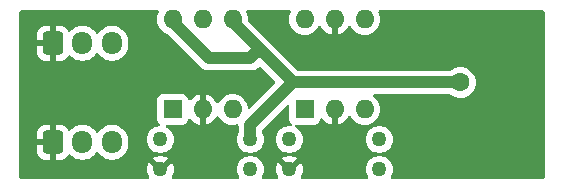
<source format=gbr>
%TF.GenerationSoftware,KiCad,Pcbnew,8.0.2-1*%
%TF.CreationDate,2024-06-03T07:22:45-07:00*%
%TF.ProjectId,H Bridge PCB,48204272-6964-4676-9520-5043422e6b69,rev?*%
%TF.SameCoordinates,Original*%
%TF.FileFunction,Copper,L2,Bot*%
%TF.FilePolarity,Positive*%
%FSLAX46Y46*%
G04 Gerber Fmt 4.6, Leading zero omitted, Abs format (unit mm)*
G04 Created by KiCad (PCBNEW 8.0.2-1) date 2024-06-03 07:22:45*
%MOMM*%
%LPD*%
G01*
G04 APERTURE LIST*
G04 Aperture macros list*
%AMRoundRect*
0 Rectangle with rounded corners*
0 $1 Rounding radius*
0 $2 $3 $4 $5 $6 $7 $8 $9 X,Y pos of 4 corners*
0 Add a 4 corners polygon primitive as box body*
4,1,4,$2,$3,$4,$5,$6,$7,$8,$9,$2,$3,0*
0 Add four circle primitives for the rounded corners*
1,1,$1+$1,$2,$3*
1,1,$1+$1,$4,$5*
1,1,$1+$1,$6,$7*
1,1,$1+$1,$8,$9*
0 Add four rect primitives between the rounded corners*
20,1,$1+$1,$2,$3,$4,$5,0*
20,1,$1+$1,$4,$5,$6,$7,0*
20,1,$1+$1,$6,$7,$8,$9,0*
20,1,$1+$1,$8,$9,$2,$3,0*%
G04 Aperture macros list end*
%TA.AperFunction,ComponentPad*%
%ADD10C,1.270000*%
%TD*%
%TA.AperFunction,ComponentPad*%
%ADD11R,1.600000X1.600000*%
%TD*%
%TA.AperFunction,ComponentPad*%
%ADD12O,1.600000X1.600000*%
%TD*%
%TA.AperFunction,ComponentPad*%
%ADD13RoundRect,0.250000X-0.600000X-0.725000X0.600000X-0.725000X0.600000X0.725000X-0.600000X0.725000X0*%
%TD*%
%TA.AperFunction,ComponentPad*%
%ADD14O,1.700000X1.950000*%
%TD*%
%TA.AperFunction,ViaPad*%
%ADD15C,1.600000*%
%TD*%
%TA.AperFunction,Conductor*%
%ADD16C,1.000000*%
%TD*%
G04 APERTURE END LIST*
D10*
%TO.P,U5,1,A*%
%TO.N,/Sig 1*%
X125730000Y-98806000D03*
%TO.P,U5,2,C*%
%TO.N,GND*%
X125730000Y-101346000D03*
%TO.P,U5,3,3*%
%TO.N,/PWR*%
X133350000Y-101346000D03*
%TO.P,U5,4,4*%
%TO.N,Net-(J3-Pin_1)*%
X133350000Y-98806000D03*
%TD*%
D11*
%TO.P,U4,1*%
%TO.N,/Sig 1*%
X126761000Y-96266000D03*
D12*
%TO.P,U4,2*%
%TO.N,GND*%
X129301000Y-96266000D03*
%TO.P,U4,3*%
%TO.N,unconnected-(U4-Pad3)*%
X131841000Y-96266000D03*
%TO.P,U4,4*%
%TO.N,Net-(J3-Pin_1)*%
X131841000Y-88646000D03*
%TO.P,U4,5*%
%TO.N,GND*%
X129301000Y-88646000D03*
%TO.P,U4,6*%
%TO.N,Net-(J3-Pin_1)*%
X126761000Y-88646000D03*
%TD*%
D13*
%TO.P,J1,1,Pin_1*%
%TO.N,GND*%
X116626000Y-90661000D03*
D14*
%TO.P,J1,2,Pin_2*%
%TO.N,unconnected-(J1-Pin_2-Pad2)*%
X119126000Y-90661000D03*
%TO.P,J1,3,Pin_3*%
%TO.N,/Sig 2*%
X121626000Y-90661000D03*
%TD*%
D13*
%TO.P,J2,1,Pin_1*%
%TO.N,GND*%
X116626000Y-99043000D03*
D14*
%TO.P,J2,2,Pin_2*%
%TO.N,/PWR*%
X119126000Y-99043000D03*
%TO.P,J2,3,Pin_3*%
%TO.N,/Sig 1*%
X121626000Y-99043000D03*
%TD*%
D11*
%TO.P,U3,1*%
%TO.N,/Sig 2*%
X137937000Y-96256000D03*
D12*
%TO.P,U3,2*%
%TO.N,GND*%
X140477000Y-96256000D03*
%TO.P,U3,3*%
%TO.N,unconnected-(U3-Pad3)*%
X143017000Y-96256000D03*
%TO.P,U3,4*%
%TO.N,Net-(J3-Pin_2)*%
X143017000Y-88636000D03*
%TO.P,U3,5*%
%TO.N,GND*%
X140477000Y-88636000D03*
%TO.P,U3,6*%
%TO.N,Net-(J3-Pin_2)*%
X137937000Y-88636000D03*
%TD*%
D10*
%TO.P,U1,1,A*%
%TO.N,/Sig 2*%
X136652000Y-98806000D03*
%TO.P,U1,2,C*%
%TO.N,GND*%
X136652000Y-101346000D03*
%TO.P,U1,3,3*%
%TO.N,Net-(J3-Pin_2)*%
X144272000Y-101346000D03*
%TO.P,U1,4,4*%
%TO.N,/PWR*%
X144272000Y-98806000D03*
%TD*%
D15*
%TO.N,Net-(J3-Pin_1)*%
X151130000Y-93980000D03*
%TD*%
D16*
%TO.N,Net-(J3-Pin_1)*%
X149098000Y-93980000D02*
X151130000Y-93980000D01*
X136931000Y-93980000D02*
X133350000Y-97561000D01*
X137531975Y-93980000D02*
X136931000Y-93980000D01*
X133350000Y-91948000D02*
X129819000Y-91948000D01*
X134124500Y-91173500D02*
X133350000Y-91948000D01*
X136931000Y-93980000D02*
X134124500Y-91173500D01*
X134124500Y-91173500D02*
X131841000Y-88890000D01*
X137531975Y-93980000D02*
X149098000Y-93980000D01*
X129819000Y-91948000D02*
X126761000Y-88890000D01*
X133350000Y-97561000D02*
X133350000Y-98806000D01*
%TD*%
%TA.AperFunction,Conductor*%
%TO.N,GND*%
G36*
X125557279Y-87896185D02*
G01*
X125603034Y-87948989D01*
X125612978Y-88018147D01*
X125602622Y-88052905D01*
X125534261Y-88199502D01*
X125534258Y-88199511D01*
X125475366Y-88419302D01*
X125475364Y-88419313D01*
X125455532Y-88645998D01*
X125455532Y-88646001D01*
X125475364Y-88872686D01*
X125475366Y-88872697D01*
X125534258Y-89092488D01*
X125534261Y-89092497D01*
X125630431Y-89298732D01*
X125630432Y-89298734D01*
X125760954Y-89485141D01*
X125921858Y-89646045D01*
X125936374Y-89656209D01*
X126108266Y-89776568D01*
X126314504Y-89872739D01*
X126319411Y-89875027D01*
X126318781Y-89876375D01*
X126356449Y-89900369D01*
X129038735Y-92582655D01*
X129038764Y-92582686D01*
X129181214Y-92725136D01*
X129181218Y-92725139D01*
X129345079Y-92834628D01*
X129345092Y-92834635D01*
X129473833Y-92887961D01*
X129516744Y-92905735D01*
X129527164Y-92910051D01*
X129623812Y-92929275D01*
X129672135Y-92938887D01*
X129720458Y-92948500D01*
X129720459Y-92948500D01*
X133448542Y-92948500D01*
X133475280Y-92943181D01*
X133545188Y-92929275D01*
X133641836Y-92910051D01*
X133695165Y-92887961D01*
X133823914Y-92834632D01*
X133987782Y-92725139D01*
X134036820Y-92676100D01*
X134098140Y-92642616D01*
X134167831Y-92647599D01*
X134212181Y-92676101D01*
X135428398Y-93892318D01*
X135461883Y-93953641D01*
X135456899Y-94023333D01*
X135428398Y-94067680D01*
X133341227Y-96154851D01*
X133279904Y-96188336D01*
X133210212Y-96183352D01*
X133154279Y-96141480D01*
X133130018Y-96077977D01*
X133126635Y-96039313D01*
X133126635Y-96039308D01*
X133067739Y-95819504D01*
X132971568Y-95613266D01*
X132841047Y-95426861D01*
X132841045Y-95426858D01*
X132680141Y-95265954D01*
X132493734Y-95135432D01*
X132493732Y-95135431D01*
X132287497Y-95039261D01*
X132287488Y-95039258D01*
X132067697Y-94980366D01*
X132067693Y-94980365D01*
X132067692Y-94980365D01*
X132067691Y-94980364D01*
X132067686Y-94980364D01*
X131841002Y-94960532D01*
X131840998Y-94960532D01*
X131614313Y-94980364D01*
X131614302Y-94980366D01*
X131394511Y-95039258D01*
X131394502Y-95039261D01*
X131188267Y-95135431D01*
X131188265Y-95135432D01*
X131001858Y-95265954D01*
X130840954Y-95426858D01*
X130717256Y-95603520D01*
X130710432Y-95613266D01*
X130710315Y-95613518D01*
X130683106Y-95671867D01*
X130636933Y-95724306D01*
X130569739Y-95743457D01*
X130502858Y-95723241D01*
X130458342Y-95671865D01*
X130431135Y-95613520D01*
X130431134Y-95613518D01*
X130300657Y-95427179D01*
X130139820Y-95266342D01*
X129953482Y-95135865D01*
X129747328Y-95039734D01*
X129551000Y-94987127D01*
X129551000Y-95950314D01*
X129546606Y-95945920D01*
X129455394Y-95893259D01*
X129353661Y-95866000D01*
X129248339Y-95866000D01*
X129146606Y-95893259D01*
X129055394Y-95945920D01*
X129051000Y-95950314D01*
X129051000Y-94987127D01*
X128854671Y-95039734D01*
X128648517Y-95135865D01*
X128462179Y-95266342D01*
X128301339Y-95427182D01*
X128283806Y-95452222D01*
X128229229Y-95495845D01*
X128159730Y-95503037D01*
X128097376Y-95471513D01*
X128061963Y-95411283D01*
X128058943Y-95394349D01*
X128055091Y-95358516D01*
X128004797Y-95223671D01*
X128004793Y-95223664D01*
X127918547Y-95108455D01*
X127918544Y-95108452D01*
X127803335Y-95022206D01*
X127803328Y-95022202D01*
X127668482Y-94971908D01*
X127668483Y-94971908D01*
X127608883Y-94965501D01*
X127608881Y-94965500D01*
X127608873Y-94965500D01*
X127608864Y-94965500D01*
X125913129Y-94965500D01*
X125913123Y-94965501D01*
X125853516Y-94971908D01*
X125718671Y-95022202D01*
X125718664Y-95022206D01*
X125603455Y-95108452D01*
X125603452Y-95108455D01*
X125517206Y-95223664D01*
X125517202Y-95223671D01*
X125466908Y-95358517D01*
X125460501Y-95418116D01*
X125460500Y-95418135D01*
X125460500Y-97113870D01*
X125460501Y-97113876D01*
X125466908Y-97173483D01*
X125517202Y-97308328D01*
X125517206Y-97308335D01*
X125583258Y-97396568D01*
X125603454Y-97423546D01*
X125645588Y-97455087D01*
X125687458Y-97511020D01*
X125692442Y-97580712D01*
X125658957Y-97642035D01*
X125597633Y-97675519D01*
X125594062Y-97676242D01*
X125521599Y-97689787D01*
X125417924Y-97709168D01*
X125417922Y-97709168D01*
X125417920Y-97709169D01*
X125221698Y-97785185D01*
X125221692Y-97785188D01*
X125042778Y-97895967D01*
X125042776Y-97895969D01*
X124887261Y-98037739D01*
X124760442Y-98205674D01*
X124666642Y-98394049D01*
X124609051Y-98596462D01*
X124589635Y-98805999D01*
X124589635Y-98806000D01*
X124609051Y-99015537D01*
X124666642Y-99217950D01*
X124760442Y-99406325D01*
X124820330Y-99485630D01*
X124887261Y-99574260D01*
X125042776Y-99716030D01*
X125042778Y-99716032D01*
X125221692Y-99826811D01*
X125221698Y-99826814D01*
X125263268Y-99842918D01*
X125417924Y-99902832D01*
X125624780Y-99941500D01*
X125624782Y-99941500D01*
X125835218Y-99941500D01*
X125835220Y-99941500D01*
X126042076Y-99902832D01*
X126238304Y-99826813D01*
X126417223Y-99716031D01*
X126572740Y-99574259D01*
X126699558Y-99406325D01*
X126793359Y-99217947D01*
X126850948Y-99015542D01*
X126870365Y-98806000D01*
X126850948Y-98596458D01*
X126793359Y-98394053D01*
X126699558Y-98205675D01*
X126572740Y-98037741D01*
X126561033Y-98027069D01*
X126417224Y-97895970D01*
X126417223Y-97895969D01*
X126255647Y-97795925D01*
X126209013Y-97743898D01*
X126197909Y-97674916D01*
X126225862Y-97610882D01*
X126283997Y-97572126D01*
X126320921Y-97566499D01*
X127608872Y-97566499D01*
X127668483Y-97560091D01*
X127803331Y-97509796D01*
X127918546Y-97423546D01*
X128004796Y-97308331D01*
X128055091Y-97173483D01*
X128058944Y-97137644D01*
X128085679Y-97073098D01*
X128143070Y-97033248D01*
X128212895Y-97030753D01*
X128272985Y-97066404D01*
X128283806Y-97079777D01*
X128301341Y-97104819D01*
X128462179Y-97265657D01*
X128648517Y-97396134D01*
X128854673Y-97492265D01*
X128854682Y-97492269D01*
X129050999Y-97544872D01*
X129051000Y-97544871D01*
X129051000Y-96581686D01*
X129055394Y-96586080D01*
X129146606Y-96638741D01*
X129248339Y-96666000D01*
X129353661Y-96666000D01*
X129455394Y-96638741D01*
X129546606Y-96586080D01*
X129551000Y-96581686D01*
X129551000Y-97544872D01*
X129747317Y-97492269D01*
X129747326Y-97492265D01*
X129953482Y-97396134D01*
X130139820Y-97265657D01*
X130300657Y-97104820D01*
X130431132Y-96918484D01*
X130458341Y-96860134D01*
X130504513Y-96807695D01*
X130571707Y-96788542D01*
X130638588Y-96808757D01*
X130683106Y-96860133D01*
X130710431Y-96918732D01*
X130710432Y-96918734D01*
X130840954Y-97105141D01*
X131001858Y-97266045D01*
X131001861Y-97266047D01*
X131188266Y-97396568D01*
X131394504Y-97492739D01*
X131614308Y-97551635D01*
X131776230Y-97565801D01*
X131840998Y-97571468D01*
X131841000Y-97571468D01*
X131841002Y-97571468D01*
X131897807Y-97566498D01*
X132067692Y-97551635D01*
X132193410Y-97517949D01*
X132263256Y-97519612D01*
X132321118Y-97558774D01*
X132348623Y-97623002D01*
X132349500Y-97637724D01*
X132349500Y-98238650D01*
X132336500Y-98293921D01*
X132286644Y-98394044D01*
X132286640Y-98394054D01*
X132229051Y-98596462D01*
X132209635Y-98805999D01*
X132209635Y-98806000D01*
X132229051Y-99015537D01*
X132286642Y-99217950D01*
X132380442Y-99406325D01*
X132440330Y-99485630D01*
X132507261Y-99574260D01*
X132662776Y-99716030D01*
X132662778Y-99716032D01*
X132841692Y-99826811D01*
X132841698Y-99826814D01*
X132883268Y-99842918D01*
X133037924Y-99902832D01*
X133244780Y-99941500D01*
X133244782Y-99941500D01*
X133455218Y-99941500D01*
X133455220Y-99941500D01*
X133662076Y-99902832D01*
X133858304Y-99826813D01*
X134037223Y-99716031D01*
X134192740Y-99574259D01*
X134319558Y-99406325D01*
X134413359Y-99217947D01*
X134470948Y-99015542D01*
X134490365Y-98806000D01*
X134470948Y-98596458D01*
X134413359Y-98394053D01*
X134363500Y-98293921D01*
X134350500Y-98238650D01*
X134350500Y-98026782D01*
X134370185Y-97959743D01*
X134386819Y-97939101D01*
X135305167Y-97020753D01*
X136424821Y-95901098D01*
X136486142Y-95867615D01*
X136555834Y-95872599D01*
X136611767Y-95914471D01*
X136636184Y-95979935D01*
X136636500Y-95988781D01*
X136636500Y-97103870D01*
X136636501Y-97103876D01*
X136642908Y-97163483D01*
X136693202Y-97298328D01*
X136693206Y-97298335D01*
X136759258Y-97386568D01*
X136779454Y-97413546D01*
X136824456Y-97447234D01*
X136866326Y-97503167D01*
X136871310Y-97572859D01*
X136837825Y-97634182D01*
X136776501Y-97667666D01*
X136750144Y-97670500D01*
X136546780Y-97670500D01*
X136339924Y-97709168D01*
X136339921Y-97709168D01*
X136339921Y-97709169D01*
X136143698Y-97785185D01*
X136143692Y-97785188D01*
X135964778Y-97895967D01*
X135964776Y-97895969D01*
X135809261Y-98037739D01*
X135682442Y-98205674D01*
X135588642Y-98394049D01*
X135531051Y-98596462D01*
X135511635Y-98805999D01*
X135511635Y-98806000D01*
X135531051Y-99015537D01*
X135588642Y-99217950D01*
X135682442Y-99406325D01*
X135742330Y-99485630D01*
X135809261Y-99574260D01*
X135964776Y-99716030D01*
X135964778Y-99716032D01*
X136143692Y-99826811D01*
X136143698Y-99826814D01*
X136185268Y-99842918D01*
X136339924Y-99902832D01*
X136546780Y-99941500D01*
X136546782Y-99941500D01*
X136757218Y-99941500D01*
X136757220Y-99941500D01*
X136964076Y-99902832D01*
X137160304Y-99826813D01*
X137339223Y-99716031D01*
X137494740Y-99574259D01*
X137621558Y-99406325D01*
X137715359Y-99217947D01*
X137772948Y-99015542D01*
X137792365Y-98806000D01*
X137792365Y-98805999D01*
X143131635Y-98805999D01*
X143131635Y-98806000D01*
X143151051Y-99015537D01*
X143208642Y-99217950D01*
X143302442Y-99406325D01*
X143362330Y-99485630D01*
X143429261Y-99574260D01*
X143584776Y-99716030D01*
X143584778Y-99716032D01*
X143763692Y-99826811D01*
X143763698Y-99826814D01*
X143805268Y-99842918D01*
X143959924Y-99902832D01*
X144166780Y-99941500D01*
X144166782Y-99941500D01*
X144377218Y-99941500D01*
X144377220Y-99941500D01*
X144584076Y-99902832D01*
X144780304Y-99826813D01*
X144959223Y-99716031D01*
X145114740Y-99574259D01*
X145241558Y-99406325D01*
X145335359Y-99217947D01*
X145392948Y-99015542D01*
X145412365Y-98806000D01*
X145392948Y-98596458D01*
X145335359Y-98394053D01*
X145241558Y-98205675D01*
X145114740Y-98037741D01*
X145103033Y-98027069D01*
X144959223Y-97895969D01*
X144959221Y-97895967D01*
X144780307Y-97785188D01*
X144780301Y-97785185D01*
X144625648Y-97725273D01*
X144584076Y-97709168D01*
X144377220Y-97670500D01*
X144166780Y-97670500D01*
X143959924Y-97709168D01*
X143959921Y-97709168D01*
X143959921Y-97709169D01*
X143763698Y-97785185D01*
X143763692Y-97785188D01*
X143584778Y-97895967D01*
X143584776Y-97895969D01*
X143429261Y-98037739D01*
X143302442Y-98205674D01*
X143208642Y-98394049D01*
X143151051Y-98596462D01*
X143131635Y-98805999D01*
X137792365Y-98805999D01*
X137772948Y-98596458D01*
X137715359Y-98394053D01*
X137621558Y-98205675D01*
X137494740Y-98037741D01*
X137483033Y-98027069D01*
X137339224Y-97895970D01*
X137339223Y-97895969D01*
X137161498Y-97785926D01*
X137114863Y-97733898D01*
X137103759Y-97664916D01*
X137131712Y-97600882D01*
X137189848Y-97562125D01*
X137226769Y-97556499D01*
X138784872Y-97556499D01*
X138844483Y-97550091D01*
X138979331Y-97499796D01*
X139094546Y-97413546D01*
X139180796Y-97298331D01*
X139231091Y-97163483D01*
X139234944Y-97127644D01*
X139261679Y-97063098D01*
X139319070Y-97023248D01*
X139388895Y-97020753D01*
X139448985Y-97056404D01*
X139459806Y-97069777D01*
X139477341Y-97094819D01*
X139638179Y-97255657D01*
X139824517Y-97386134D01*
X140030673Y-97482265D01*
X140030682Y-97482269D01*
X140226999Y-97534872D01*
X140227000Y-97534871D01*
X140227000Y-96571686D01*
X140231394Y-96576080D01*
X140322606Y-96628741D01*
X140424339Y-96656000D01*
X140529661Y-96656000D01*
X140631394Y-96628741D01*
X140722606Y-96576080D01*
X140727000Y-96571686D01*
X140727000Y-97534872D01*
X140923317Y-97482269D01*
X140923326Y-97482265D01*
X141129482Y-97386134D01*
X141315820Y-97255657D01*
X141476657Y-97094820D01*
X141607132Y-96908484D01*
X141634341Y-96850134D01*
X141680513Y-96797695D01*
X141747707Y-96778542D01*
X141814588Y-96798757D01*
X141859105Y-96850132D01*
X141881088Y-96897275D01*
X141886431Y-96908732D01*
X141886432Y-96908734D01*
X142016954Y-97095141D01*
X142177858Y-97256045D01*
X142177861Y-97256047D01*
X142364266Y-97386568D01*
X142570504Y-97482739D01*
X142570509Y-97482740D01*
X142570511Y-97482741D01*
X142607821Y-97492738D01*
X142790308Y-97541635D01*
X142952230Y-97555801D01*
X143016998Y-97561468D01*
X143017000Y-97561468D01*
X143017002Y-97561468D01*
X143073807Y-97556498D01*
X143243692Y-97541635D01*
X143463496Y-97482739D01*
X143669734Y-97386568D01*
X143856139Y-97256047D01*
X144017047Y-97095139D01*
X144147568Y-96908734D01*
X144243739Y-96702496D01*
X144302635Y-96482692D01*
X144322468Y-96256000D01*
X144302635Y-96029308D01*
X144246420Y-95819511D01*
X144243741Y-95809511D01*
X144243738Y-95809502D01*
X144147568Y-95603266D01*
X144017934Y-95418128D01*
X144017045Y-95416858D01*
X143856141Y-95255954D01*
X143795751Y-95213669D01*
X143784904Y-95206074D01*
X143741280Y-95151499D01*
X143734086Y-95082001D01*
X143765608Y-95019646D01*
X143825838Y-94984231D01*
X143856028Y-94980500D01*
X148999459Y-94980500D01*
X150252412Y-94980500D01*
X150319451Y-95000185D01*
X150323523Y-95002917D01*
X150477266Y-95110568D01*
X150683504Y-95206739D01*
X150683509Y-95206740D01*
X150683511Y-95206741D01*
X150736415Y-95220916D01*
X150903308Y-95265635D01*
X151065230Y-95279801D01*
X151129998Y-95285468D01*
X151130000Y-95285468D01*
X151130002Y-95285468D01*
X151186673Y-95280509D01*
X151356692Y-95265635D01*
X151576496Y-95206739D01*
X151782734Y-95110568D01*
X151969139Y-94980047D01*
X152130047Y-94819139D01*
X152260568Y-94632734D01*
X152356739Y-94426496D01*
X152415635Y-94206692D01*
X152435468Y-93980000D01*
X152415635Y-93753308D01*
X152356739Y-93533504D01*
X152260568Y-93327266D01*
X152130047Y-93140861D01*
X152130045Y-93140858D01*
X151969141Y-92979954D01*
X151782734Y-92849432D01*
X151782732Y-92849431D01*
X151576497Y-92753261D01*
X151576488Y-92753258D01*
X151356697Y-92694366D01*
X151356693Y-92694365D01*
X151356692Y-92694365D01*
X151356691Y-92694364D01*
X151356686Y-92694364D01*
X151130002Y-92674532D01*
X151129998Y-92674532D01*
X150903313Y-92694364D01*
X150903302Y-92694366D01*
X150683511Y-92753258D01*
X150683502Y-92753261D01*
X150477267Y-92849431D01*
X150477265Y-92849432D01*
X150390694Y-92910050D01*
X150343378Y-92943181D01*
X150323535Y-92957075D01*
X150257329Y-92979402D01*
X150252412Y-92979500D01*
X137396783Y-92979500D01*
X137329744Y-92959815D01*
X137309102Y-92943181D01*
X134908710Y-90542790D01*
X134908708Y-90542787D01*
X134044474Y-89678553D01*
X133176528Y-88810608D01*
X133143044Y-88749286D01*
X133140682Y-88712125D01*
X133146468Y-88646000D01*
X133126635Y-88419308D01*
X133067739Y-88199504D01*
X132999377Y-88052904D01*
X132988886Y-87983828D01*
X133017406Y-87920044D01*
X133075882Y-87881804D01*
X133111760Y-87876500D01*
X136661577Y-87876500D01*
X136728616Y-87896185D01*
X136774371Y-87948989D01*
X136784315Y-88018147D01*
X136773959Y-88052905D01*
X136710261Y-88189502D01*
X136710258Y-88189511D01*
X136651366Y-88409302D01*
X136651364Y-88409313D01*
X136631532Y-88635998D01*
X136631532Y-88636001D01*
X136651364Y-88862686D01*
X136651366Y-88862697D01*
X136710258Y-89082488D01*
X136710261Y-89082497D01*
X136806431Y-89288732D01*
X136806432Y-89288734D01*
X136936954Y-89475141D01*
X137097858Y-89636045D01*
X137097861Y-89636047D01*
X137284266Y-89766568D01*
X137490504Y-89862739D01*
X137490509Y-89862740D01*
X137490511Y-89862741D01*
X137543415Y-89876916D01*
X137710308Y-89921635D01*
X137872230Y-89935801D01*
X137936998Y-89941468D01*
X137937000Y-89941468D01*
X137937002Y-89941468D01*
X137993673Y-89936509D01*
X138163692Y-89921635D01*
X138383496Y-89862739D01*
X138589734Y-89766568D01*
X138776139Y-89636047D01*
X138937047Y-89475139D01*
X139067568Y-89288734D01*
X139094895Y-89230129D01*
X139141064Y-89177695D01*
X139208257Y-89158542D01*
X139275139Y-89178757D01*
X139319657Y-89230133D01*
X139346865Y-89288482D01*
X139477342Y-89474820D01*
X139638179Y-89635657D01*
X139824517Y-89766134D01*
X140030673Y-89862265D01*
X140030682Y-89862269D01*
X140226999Y-89914872D01*
X140227000Y-89914871D01*
X140227000Y-88951686D01*
X140231394Y-88956080D01*
X140322606Y-89008741D01*
X140424339Y-89036000D01*
X140529661Y-89036000D01*
X140631394Y-89008741D01*
X140722606Y-88956080D01*
X140727000Y-88951686D01*
X140727000Y-89914872D01*
X140923317Y-89862269D01*
X140923326Y-89862265D01*
X141129482Y-89766134D01*
X141315820Y-89635657D01*
X141476657Y-89474820D01*
X141607132Y-89288484D01*
X141634341Y-89230134D01*
X141680513Y-89177695D01*
X141747707Y-89158542D01*
X141814588Y-89178757D01*
X141859105Y-89230132D01*
X141869135Y-89251641D01*
X141886431Y-89288732D01*
X141886432Y-89288734D01*
X142016954Y-89475141D01*
X142177858Y-89636045D01*
X142177861Y-89636047D01*
X142364266Y-89766568D01*
X142570504Y-89862739D01*
X142570509Y-89862740D01*
X142570511Y-89862741D01*
X142623415Y-89876916D01*
X142790308Y-89921635D01*
X142952230Y-89935801D01*
X143016998Y-89941468D01*
X143017000Y-89941468D01*
X143017002Y-89941468D01*
X143073673Y-89936509D01*
X143243692Y-89921635D01*
X143463496Y-89862739D01*
X143669734Y-89766568D01*
X143856139Y-89636047D01*
X144017047Y-89475139D01*
X144147568Y-89288734D01*
X144243739Y-89082496D01*
X144302635Y-88862692D01*
X144322468Y-88636000D01*
X144302635Y-88409308D01*
X144246420Y-88199511D01*
X144243741Y-88189511D01*
X144243738Y-88189502D01*
X144180041Y-88052905D01*
X144169549Y-87983828D01*
X144198068Y-87920044D01*
X144256545Y-87881804D01*
X144292423Y-87876500D01*
X158125500Y-87876500D01*
X158192539Y-87896185D01*
X158238294Y-87948989D01*
X158249500Y-88000500D01*
X158249500Y-101991500D01*
X158229815Y-102058539D01*
X158177011Y-102104294D01*
X158125500Y-102115500D01*
X145357586Y-102115500D01*
X145290547Y-102095815D01*
X145244792Y-102043011D01*
X145234848Y-101973853D01*
X145246586Y-101936228D01*
X145279389Y-101870349D01*
X145335359Y-101757947D01*
X145392948Y-101555542D01*
X145412365Y-101346000D01*
X145392948Y-101136458D01*
X145335359Y-100934053D01*
X145241558Y-100745675D01*
X145114740Y-100577741D01*
X145049755Y-100518500D01*
X144959223Y-100435969D01*
X144959221Y-100435967D01*
X144780307Y-100325188D01*
X144780301Y-100325185D01*
X144625648Y-100265273D01*
X144584076Y-100249168D01*
X144377220Y-100210500D01*
X144166780Y-100210500D01*
X143959924Y-100249168D01*
X143959921Y-100249168D01*
X143959921Y-100249169D01*
X143763698Y-100325185D01*
X143763692Y-100325188D01*
X143584778Y-100435967D01*
X143584776Y-100435969D01*
X143429261Y-100577739D01*
X143302442Y-100745674D01*
X143208642Y-100934049D01*
X143151051Y-101136462D01*
X143131635Y-101345999D01*
X143131635Y-101346000D01*
X143151051Y-101555537D01*
X143151051Y-101555539D01*
X143151052Y-101555542D01*
X143208641Y-101757947D01*
X143208642Y-101757950D01*
X143297414Y-101936228D01*
X143309675Y-102005014D01*
X143282802Y-102069509D01*
X143225326Y-102109236D01*
X143186414Y-102115500D01*
X137737026Y-102115500D01*
X137669987Y-102095815D01*
X137624232Y-102043011D01*
X137614288Y-101973853D01*
X137626026Y-101936228D01*
X137714888Y-101757769D01*
X137772454Y-101555444D01*
X137791862Y-101346000D01*
X137791862Y-101345999D01*
X137772454Y-101136555D01*
X137714888Y-100934230D01*
X137621130Y-100745941D01*
X137621128Y-100745937D01*
X137614453Y-100737099D01*
X137614452Y-100737098D01*
X137033000Y-101318550D01*
X137033000Y-101295840D01*
X137007036Y-101198939D01*
X136956876Y-101112060D01*
X136885940Y-101041124D01*
X136799061Y-100990964D01*
X136702160Y-100965000D01*
X136679448Y-100965000D01*
X137258111Y-100386335D01*
X137258110Y-100386334D01*
X137160083Y-100325638D01*
X137160077Y-100325636D01*
X136963936Y-100249651D01*
X136757171Y-100211000D01*
X136546829Y-100211000D01*
X136340064Y-100249651D01*
X136340063Y-100249651D01*
X136143923Y-100325635D01*
X136045887Y-100386335D01*
X136624553Y-100965000D01*
X136601840Y-100965000D01*
X136504939Y-100990964D01*
X136418060Y-101041124D01*
X136347124Y-101112060D01*
X136296964Y-101198939D01*
X136271000Y-101295840D01*
X136271000Y-101318553D01*
X135689546Y-100737099D01*
X135689545Y-100737099D01*
X135682870Y-100745939D01*
X135589111Y-100934230D01*
X135531545Y-101136555D01*
X135512138Y-101345999D01*
X135512138Y-101346000D01*
X135531545Y-101555444D01*
X135589111Y-101757769D01*
X135677974Y-101936228D01*
X135690235Y-102005013D01*
X135663362Y-102069508D01*
X135605887Y-102109236D01*
X135566974Y-102115500D01*
X134435586Y-102115500D01*
X134368547Y-102095815D01*
X134322792Y-102043011D01*
X134312848Y-101973853D01*
X134324586Y-101936228D01*
X134357389Y-101870349D01*
X134413359Y-101757947D01*
X134470948Y-101555542D01*
X134490365Y-101346000D01*
X134470948Y-101136458D01*
X134413359Y-100934053D01*
X134319558Y-100745675D01*
X134192740Y-100577741D01*
X134127755Y-100518500D01*
X134037223Y-100435969D01*
X134037221Y-100435967D01*
X133858307Y-100325188D01*
X133858301Y-100325185D01*
X133703648Y-100265273D01*
X133662076Y-100249168D01*
X133455220Y-100210500D01*
X133244780Y-100210500D01*
X133037924Y-100249168D01*
X133037921Y-100249168D01*
X133037921Y-100249169D01*
X132841698Y-100325185D01*
X132841692Y-100325188D01*
X132662778Y-100435967D01*
X132662776Y-100435969D01*
X132507261Y-100577739D01*
X132380442Y-100745674D01*
X132286642Y-100934049D01*
X132229051Y-101136462D01*
X132209635Y-101345999D01*
X132209635Y-101346000D01*
X132229051Y-101555537D01*
X132229051Y-101555539D01*
X132229052Y-101555542D01*
X132286641Y-101757947D01*
X132286642Y-101757950D01*
X132375414Y-101936228D01*
X132387675Y-102005014D01*
X132360802Y-102069509D01*
X132303326Y-102109236D01*
X132264414Y-102115500D01*
X126815026Y-102115500D01*
X126747987Y-102095815D01*
X126702232Y-102043011D01*
X126692288Y-101973853D01*
X126704026Y-101936228D01*
X126792888Y-101757769D01*
X126850454Y-101555444D01*
X126869862Y-101346000D01*
X126869862Y-101345999D01*
X126850454Y-101136555D01*
X126792888Y-100934230D01*
X126699130Y-100745941D01*
X126699128Y-100745937D01*
X126692453Y-100737099D01*
X126692452Y-100737098D01*
X126111000Y-101318550D01*
X126111000Y-101295840D01*
X126085036Y-101198939D01*
X126034876Y-101112060D01*
X125963940Y-101041124D01*
X125877061Y-100990964D01*
X125780160Y-100965000D01*
X125757448Y-100965000D01*
X126336111Y-100386335D01*
X126336110Y-100386334D01*
X126238083Y-100325638D01*
X126238077Y-100325636D01*
X126041936Y-100249651D01*
X125835171Y-100211000D01*
X125624829Y-100211000D01*
X125418064Y-100249651D01*
X125418063Y-100249651D01*
X125221923Y-100325635D01*
X125123887Y-100386335D01*
X125702553Y-100965000D01*
X125679840Y-100965000D01*
X125582939Y-100990964D01*
X125496060Y-101041124D01*
X125425124Y-101112060D01*
X125374964Y-101198939D01*
X125349000Y-101295840D01*
X125349000Y-101318553D01*
X124767546Y-100737099D01*
X124767545Y-100737099D01*
X124760870Y-100745939D01*
X124667111Y-100934230D01*
X124609545Y-101136555D01*
X124590138Y-101345999D01*
X124590138Y-101346000D01*
X124609545Y-101555444D01*
X124667111Y-101757769D01*
X124755974Y-101936228D01*
X124768235Y-102005013D01*
X124741362Y-102069508D01*
X124683887Y-102109236D01*
X124644974Y-102115500D01*
X113908500Y-102115500D01*
X113841461Y-102095815D01*
X113795706Y-102043011D01*
X113784500Y-101991500D01*
X113784500Y-98268013D01*
X115276000Y-98268013D01*
X115276000Y-98793000D01*
X116221854Y-98793000D01*
X116183370Y-98859657D01*
X116151000Y-98980465D01*
X116151000Y-99105535D01*
X116183370Y-99226343D01*
X116221854Y-99293000D01*
X115276001Y-99293000D01*
X115276001Y-99817986D01*
X115286494Y-99920697D01*
X115341641Y-100087119D01*
X115341643Y-100087124D01*
X115433684Y-100236345D01*
X115557654Y-100360315D01*
X115706875Y-100452356D01*
X115706880Y-100452358D01*
X115873302Y-100507505D01*
X115873309Y-100507506D01*
X115976019Y-100517999D01*
X116375999Y-100517999D01*
X116376000Y-100517998D01*
X116376000Y-99447145D01*
X116442657Y-99485630D01*
X116563465Y-99518000D01*
X116688535Y-99518000D01*
X116809343Y-99485630D01*
X116876000Y-99447145D01*
X116876000Y-100517999D01*
X117275972Y-100517999D01*
X117275986Y-100517998D01*
X117378697Y-100507505D01*
X117545119Y-100452358D01*
X117545124Y-100452356D01*
X117694345Y-100360315D01*
X117818317Y-100236343D01*
X117913815Y-100081516D01*
X117965763Y-100034791D01*
X118034725Y-100023568D01*
X118098808Y-100051412D01*
X118107035Y-100058931D01*
X118246213Y-100198109D01*
X118418179Y-100323048D01*
X118418181Y-100323049D01*
X118418184Y-100323051D01*
X118607588Y-100419557D01*
X118809757Y-100485246D01*
X119019713Y-100518500D01*
X119019714Y-100518500D01*
X119232286Y-100518500D01*
X119232287Y-100518500D01*
X119442243Y-100485246D01*
X119644412Y-100419557D01*
X119833816Y-100323051D01*
X119855789Y-100307086D01*
X120005786Y-100198109D01*
X120005788Y-100198106D01*
X120005792Y-100198104D01*
X120156104Y-100047792D01*
X120275683Y-99883204D01*
X120331011Y-99840540D01*
X120400624Y-99834561D01*
X120462420Y-99867166D01*
X120476313Y-99883199D01*
X120503557Y-99920697D01*
X120595896Y-100047792D01*
X120746213Y-100198109D01*
X120918179Y-100323048D01*
X120918181Y-100323049D01*
X120918184Y-100323051D01*
X121107588Y-100419557D01*
X121309757Y-100485246D01*
X121519713Y-100518500D01*
X121519714Y-100518500D01*
X121732286Y-100518500D01*
X121732287Y-100518500D01*
X121942243Y-100485246D01*
X122144412Y-100419557D01*
X122333816Y-100323051D01*
X122355789Y-100307086D01*
X122505786Y-100198109D01*
X122505788Y-100198106D01*
X122505792Y-100198104D01*
X122656104Y-100047792D01*
X122656106Y-100047788D01*
X122656109Y-100047786D01*
X122781048Y-99875820D01*
X122781047Y-99875820D01*
X122781051Y-99875816D01*
X122877557Y-99686412D01*
X122943246Y-99484243D01*
X122976500Y-99274287D01*
X122976500Y-98811713D01*
X122943246Y-98601757D01*
X122877557Y-98399588D01*
X122781051Y-98210184D01*
X122781049Y-98210181D01*
X122781048Y-98210179D01*
X122656109Y-98038213D01*
X122505786Y-97887890D01*
X122333820Y-97762951D01*
X122144414Y-97666444D01*
X122144413Y-97666443D01*
X122144412Y-97666443D01*
X121942243Y-97600754D01*
X121942241Y-97600753D01*
X121942240Y-97600753D01*
X121761494Y-97572126D01*
X121732287Y-97567500D01*
X121519713Y-97567500D01*
X121490506Y-97572126D01*
X121309760Y-97600753D01*
X121107585Y-97666444D01*
X120918179Y-97762951D01*
X120746213Y-97887890D01*
X120595894Y-98038209D01*
X120595890Y-98038214D01*
X120476318Y-98202793D01*
X120420989Y-98245459D01*
X120351375Y-98251438D01*
X120289580Y-98218833D01*
X120275682Y-98202793D01*
X120156109Y-98038214D01*
X120156105Y-98038209D01*
X120005786Y-97887890D01*
X119833820Y-97762951D01*
X119644414Y-97666444D01*
X119644413Y-97666443D01*
X119644412Y-97666443D01*
X119442243Y-97600754D01*
X119442241Y-97600753D01*
X119442240Y-97600753D01*
X119261494Y-97572126D01*
X119232287Y-97567500D01*
X119019713Y-97567500D01*
X118990506Y-97572126D01*
X118809760Y-97600753D01*
X118607585Y-97666444D01*
X118418179Y-97762951D01*
X118246215Y-97887889D01*
X118107035Y-98027069D01*
X118045712Y-98060553D01*
X117976020Y-98055569D01*
X117920087Y-98013697D01*
X117913815Y-98004484D01*
X117818315Y-97849654D01*
X117694345Y-97725684D01*
X117545124Y-97633643D01*
X117545119Y-97633641D01*
X117378697Y-97578494D01*
X117378690Y-97578493D01*
X117275986Y-97568000D01*
X116876000Y-97568000D01*
X116876000Y-98638854D01*
X116809343Y-98600370D01*
X116688535Y-98568000D01*
X116563465Y-98568000D01*
X116442657Y-98600370D01*
X116376000Y-98638854D01*
X116376000Y-97568000D01*
X115976028Y-97568000D01*
X115976012Y-97568001D01*
X115873302Y-97578494D01*
X115706880Y-97633641D01*
X115706875Y-97633643D01*
X115557654Y-97725684D01*
X115433684Y-97849654D01*
X115341643Y-97998875D01*
X115341641Y-97998880D01*
X115286494Y-98165302D01*
X115286493Y-98165309D01*
X115276000Y-98268013D01*
X113784500Y-98268013D01*
X113784500Y-89886013D01*
X115276000Y-89886013D01*
X115276000Y-90411000D01*
X116221854Y-90411000D01*
X116183370Y-90477657D01*
X116151000Y-90598465D01*
X116151000Y-90723535D01*
X116183370Y-90844343D01*
X116221854Y-90911000D01*
X115276001Y-90911000D01*
X115276001Y-91435986D01*
X115286494Y-91538697D01*
X115341641Y-91705119D01*
X115341643Y-91705124D01*
X115433684Y-91854345D01*
X115557654Y-91978315D01*
X115706875Y-92070356D01*
X115706880Y-92070358D01*
X115873302Y-92125505D01*
X115873309Y-92125506D01*
X115976019Y-92135999D01*
X116375999Y-92135999D01*
X116376000Y-92135998D01*
X116376000Y-91065145D01*
X116442657Y-91103630D01*
X116563465Y-91136000D01*
X116688535Y-91136000D01*
X116809343Y-91103630D01*
X116876000Y-91065145D01*
X116876000Y-92135999D01*
X117275972Y-92135999D01*
X117275986Y-92135998D01*
X117378697Y-92125505D01*
X117545119Y-92070358D01*
X117545124Y-92070356D01*
X117694345Y-91978315D01*
X117818317Y-91854343D01*
X117913815Y-91699516D01*
X117965763Y-91652791D01*
X118034725Y-91641568D01*
X118098808Y-91669412D01*
X118107035Y-91676931D01*
X118246213Y-91816109D01*
X118418179Y-91941048D01*
X118418181Y-91941049D01*
X118418184Y-91941051D01*
X118607588Y-92037557D01*
X118809757Y-92103246D01*
X119019713Y-92136500D01*
X119019714Y-92136500D01*
X119232286Y-92136500D01*
X119232287Y-92136500D01*
X119442243Y-92103246D01*
X119644412Y-92037557D01*
X119833816Y-91941051D01*
X119855789Y-91925086D01*
X120005786Y-91816109D01*
X120005788Y-91816106D01*
X120005792Y-91816104D01*
X120156104Y-91665792D01*
X120275683Y-91501204D01*
X120331011Y-91458540D01*
X120400624Y-91452561D01*
X120462420Y-91485166D01*
X120476313Y-91501199D01*
X120503557Y-91538697D01*
X120595896Y-91665792D01*
X120746213Y-91816109D01*
X120918179Y-91941048D01*
X120918181Y-91941049D01*
X120918184Y-91941051D01*
X121107588Y-92037557D01*
X121309757Y-92103246D01*
X121519713Y-92136500D01*
X121519714Y-92136500D01*
X121732286Y-92136500D01*
X121732287Y-92136500D01*
X121942243Y-92103246D01*
X122144412Y-92037557D01*
X122333816Y-91941051D01*
X122355789Y-91925086D01*
X122505786Y-91816109D01*
X122505788Y-91816106D01*
X122505792Y-91816104D01*
X122656104Y-91665792D01*
X122656106Y-91665788D01*
X122656109Y-91665786D01*
X122781048Y-91493820D01*
X122781047Y-91493820D01*
X122781051Y-91493816D01*
X122877557Y-91304412D01*
X122943246Y-91102243D01*
X122976500Y-90892287D01*
X122976500Y-90429713D01*
X122943246Y-90219757D01*
X122877557Y-90017588D01*
X122781051Y-89828184D01*
X122781049Y-89828181D01*
X122781048Y-89828179D01*
X122656109Y-89656213D01*
X122505786Y-89505890D01*
X122333820Y-89380951D01*
X122144414Y-89284444D01*
X122144413Y-89284443D01*
X122144412Y-89284443D01*
X121942243Y-89218754D01*
X121942241Y-89218753D01*
X121942240Y-89218753D01*
X121780957Y-89193208D01*
X121732287Y-89185500D01*
X121519713Y-89185500D01*
X121471042Y-89193208D01*
X121309760Y-89218753D01*
X121107585Y-89284444D01*
X120918179Y-89380951D01*
X120746213Y-89505890D01*
X120595894Y-89656209D01*
X120595890Y-89656214D01*
X120476318Y-89820793D01*
X120420989Y-89863459D01*
X120351375Y-89869438D01*
X120289580Y-89836833D01*
X120275682Y-89820793D01*
X120156109Y-89656214D01*
X120156105Y-89656209D01*
X120005786Y-89505890D01*
X119833820Y-89380951D01*
X119644414Y-89284444D01*
X119644413Y-89284443D01*
X119644412Y-89284443D01*
X119442243Y-89218754D01*
X119442241Y-89218753D01*
X119442240Y-89218753D01*
X119280957Y-89193208D01*
X119232287Y-89185500D01*
X119019713Y-89185500D01*
X118971042Y-89193208D01*
X118809760Y-89218753D01*
X118607585Y-89284444D01*
X118418179Y-89380951D01*
X118246215Y-89505889D01*
X118107035Y-89645069D01*
X118045712Y-89678553D01*
X117976020Y-89673569D01*
X117920087Y-89631697D01*
X117913815Y-89622484D01*
X117818315Y-89467654D01*
X117694345Y-89343684D01*
X117545124Y-89251643D01*
X117545119Y-89251641D01*
X117378697Y-89196494D01*
X117378690Y-89196493D01*
X117275986Y-89186000D01*
X116876000Y-89186000D01*
X116876000Y-90256854D01*
X116809343Y-90218370D01*
X116688535Y-90186000D01*
X116563465Y-90186000D01*
X116442657Y-90218370D01*
X116376000Y-90256854D01*
X116376000Y-89186000D01*
X115976028Y-89186000D01*
X115976012Y-89186001D01*
X115873302Y-89196494D01*
X115706880Y-89251641D01*
X115706875Y-89251643D01*
X115557654Y-89343684D01*
X115433684Y-89467654D01*
X115341643Y-89616875D01*
X115341641Y-89616880D01*
X115286494Y-89783302D01*
X115286493Y-89783309D01*
X115276000Y-89886013D01*
X113784500Y-89886013D01*
X113784500Y-88000500D01*
X113804185Y-87933461D01*
X113856989Y-87887706D01*
X113908500Y-87876500D01*
X125490240Y-87876500D01*
X125557279Y-87896185D01*
G37*
%TD.AperFunction*%
%TD*%
M02*

</source>
